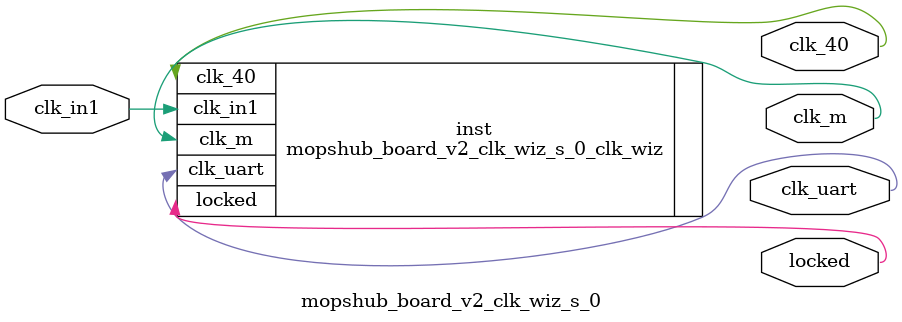
<source format=v>


`timescale 1ps/1ps

(* CORE_GENERATION_INFO = "mopshub_board_v2_clk_wiz_s_0,clk_wiz_v6_0_6_0_0,{component_name=mopshub_board_v2_clk_wiz_s_0,use_phase_alignment=true,use_min_o_jitter=false,use_max_i_jitter=false,use_dyn_phase_shift=false,use_inclk_switchover=false,use_dyn_reconfig=false,enable_axi=0,feedback_source=FDBK_AUTO,PRIMITIVE=MMCM,num_out_clk=3,clkin1_period=25.000,clkin2_period=10.0,use_power_down=false,use_reset=false,use_locked=true,use_inclk_stopped=false,feedback_type=SINGLE,CLOCK_MGR_TYPE=NA,manual_override=false}" *)

module mopshub_board_v2_clk_wiz_s_0 
 (
  // Clock out ports
  output        clk_40,
  output        clk_m,
  output        clk_uart,
  // Status and control signals
  output        locked,
 // Clock in ports
  input         clk_in1
 );

  mopshub_board_v2_clk_wiz_s_0_clk_wiz inst
  (
  // Clock out ports  
  .clk_40(clk_40),
  .clk_m(clk_m),
  .clk_uart(clk_uart),
  // Status and control signals               
  .locked(locked),
 // Clock in ports
  .clk_in1(clk_in1)
  );

endmodule

</source>
